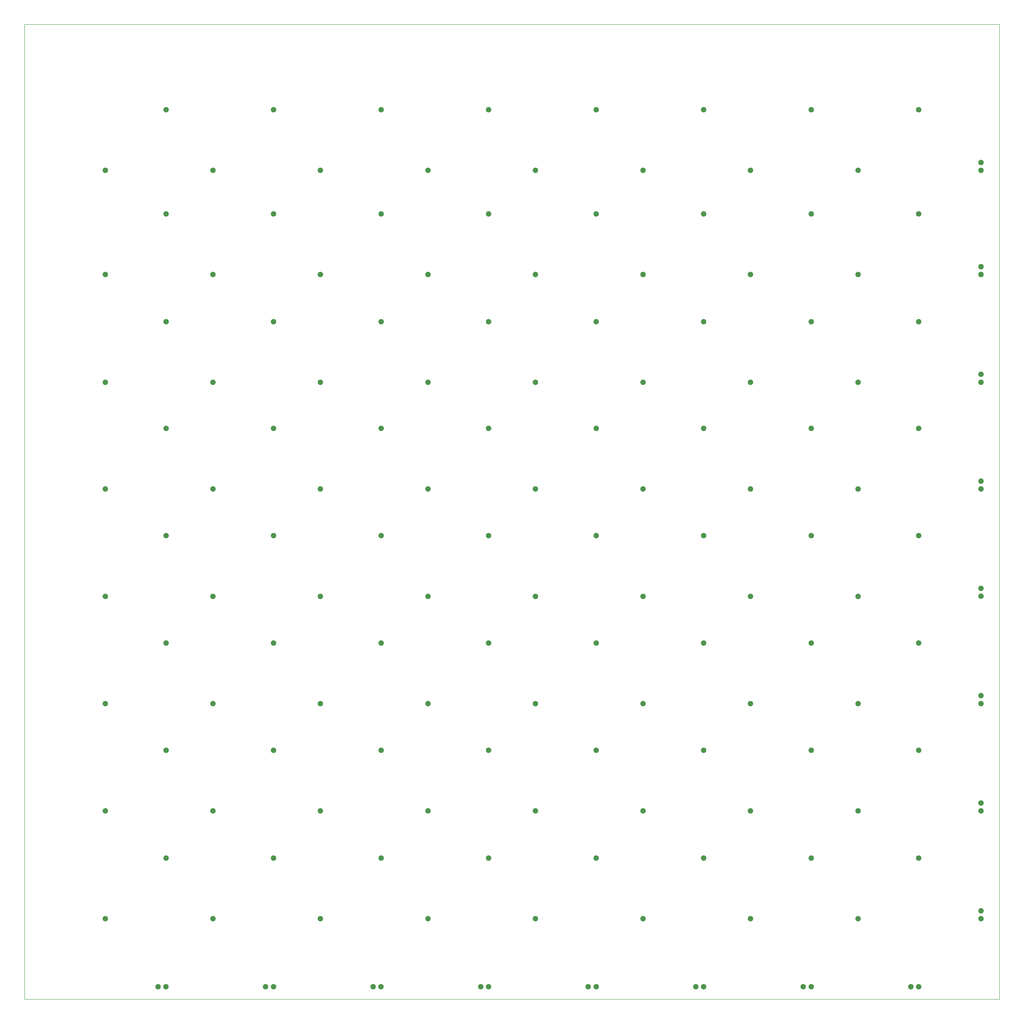
<source format=gbr>
%TF.GenerationSoftware,KiCad,Pcbnew,(6.0.9)*%
%TF.CreationDate,2022-11-19T22:54:18-05:00*%
%TF.ProjectId,Sensor_Board_17x17,53656e73-6f72-45f4-926f-6172645f3137,rev?*%
%TF.SameCoordinates,PX1050cb1PY1adc5c8d*%
%TF.FileFunction,Soldermask,Top*%
%TF.FilePolarity,Negative*%
%FSLAX46Y46*%
G04 Gerber Fmt 4.6, Leading zero omitted, Abs format (unit mm)*
G04 Created by KiCad (PCBNEW (6.0.9)) date 2022-11-19 22:54:18*
%MOMM*%
%LPD*%
G01*
G04 APERTURE LIST*
%TA.AperFunction,Profile*%
%ADD10C,0.200000*%
%TD*%
%ADD11C,2.404800*%
G04 APERTURE END LIST*
D10*
X0Y431800000D02*
X431800000Y431800000D01*
X431800000Y431800000D02*
X431800000Y0D01*
X431800000Y0D02*
X0Y0D01*
X0Y0D02*
X0Y431800000D01*
X0Y431800000D02*
X431800000Y431800000D01*
X431800000Y431800000D02*
X431800000Y0D01*
X431800000Y0D02*
X0Y0D01*
X0Y0D02*
X0Y431800000D01*
D11*
%TO.C,S28*%
X205522855Y252911305D03*
X178652855Y226041305D03*
%TD*%
%TO.C,J7*%
X344901942Y5626200D03*
X348401942Y5626200D03*
%TD*%
%TO.C,S49*%
X348395710Y394060000D03*
X321525710Y367190000D03*
%TD*%
%TO.C,S63*%
X396020000Y110361400D03*
X369150000Y83491400D03*
%TD*%
%TO.C,S17*%
X157898570Y394060000D03*
X131028570Y367190000D03*
%TD*%
%TO.C,J14*%
X423595800Y134518400D03*
X423595800Y131018400D03*
%TD*%
%TO.C,S3*%
X62650000Y300203954D03*
X35780000Y273333954D03*
%TD*%
%TO.C,S22*%
X157898570Y157878035D03*
X131028570Y131008035D03*
%TD*%
%TO.C,S33*%
X253147140Y394060000D03*
X226277140Y367190000D03*
%TD*%
%TO.C,S19*%
X157898570Y300203954D03*
X131028570Y273333954D03*
%TD*%
%TO.C,J9*%
X423595800Y370687600D03*
X423595800Y367187600D03*
%TD*%
%TO.C,S8*%
X62650000Y62610000D03*
X35780000Y35740000D03*
%TD*%
%TO.C,J6*%
X297269685Y5626200D03*
X300769685Y5626200D03*
%TD*%
%TO.C,S29*%
X205522855Y205394670D03*
X178652855Y178524670D03*
%TD*%
%TO.C,J5*%
X249637428Y5626200D03*
X253137428Y5626200D03*
%TD*%
%TO.C,S12*%
X110274285Y252911305D03*
X83404285Y226041305D03*
%TD*%
%TO.C,S45*%
X300771425Y205394670D03*
X273901425Y178524670D03*
%TD*%
%TO.C,S57*%
X396020000Y394060000D03*
X369150000Y367190000D03*
%TD*%
%TO.C,J2*%
X106740657Y5626200D03*
X110240657Y5626200D03*
%TD*%
%TO.C,S42*%
X300771425Y347944575D03*
X273901425Y321074575D03*
%TD*%
%TO.C,S55*%
X348395710Y110361400D03*
X321525710Y83491400D03*
%TD*%
%TO.C,S38*%
X253147140Y157878035D03*
X226277140Y131008035D03*
%TD*%
%TO.C,S51*%
X348395710Y300203954D03*
X321525710Y273333954D03*
%TD*%
%TO.C,J8*%
X392534200Y5626200D03*
X396034200Y5626200D03*
%TD*%
%TO.C,S2*%
X62650000Y347944575D03*
X35780000Y321074575D03*
%TD*%
%TO.C,S46*%
X300771425Y157878035D03*
X273901425Y131008035D03*
%TD*%
%TO.C,S60*%
X396020000Y252911305D03*
X369150000Y226041305D03*
%TD*%
%TO.C,J12*%
X423595800Y229565200D03*
X423595800Y226065200D03*
%TD*%
%TO.C,S32*%
X205522855Y62610000D03*
X178652855Y35740000D03*
%TD*%
%TO.C,S64*%
X396020000Y62610000D03*
X369150000Y35740000D03*
%TD*%
%TO.C,S61*%
X396020000Y205394670D03*
X369150000Y178524670D03*
%TD*%
%TO.C,S25*%
X205522855Y394060000D03*
X178652855Y367190000D03*
%TD*%
%TO.C,S58*%
X396020000Y347944575D03*
X369150000Y321074575D03*
%TD*%
%TO.C,S5*%
X62650000Y205394670D03*
X35780000Y178524670D03*
%TD*%
%TO.C,S62*%
X396020000Y157878035D03*
X369150000Y131008035D03*
%TD*%
%TO.C,S48*%
X300771425Y62610000D03*
X273901425Y35740000D03*
%TD*%
%TO.C,S9*%
X110274285Y394060000D03*
X83404285Y367190000D03*
%TD*%
%TO.C,S4*%
X62650000Y252911305D03*
X35780000Y226041305D03*
%TD*%
%TO.C,S30*%
X205522855Y157878035D03*
X178652855Y131008035D03*
%TD*%
%TO.C,S21*%
X157898570Y205394670D03*
X131028570Y178524670D03*
%TD*%
%TO.C,S18*%
X157898570Y347944575D03*
X131028570Y321074575D03*
%TD*%
%TO.C,S40*%
X253147140Y62610000D03*
X226277140Y35740000D03*
%TD*%
%TO.C,S24*%
X157898570Y62610000D03*
X131028570Y35740000D03*
%TD*%
%TO.C,J10*%
X423595800Y324535800D03*
X423595800Y321035800D03*
%TD*%
%TO.C,S56*%
X348395710Y62610000D03*
X321525710Y35740000D03*
%TD*%
%TO.C,S23*%
X157898570Y110361400D03*
X131028570Y83491400D03*
%TD*%
%TO.C,S6*%
X62650000Y157878035D03*
X35780000Y131008035D03*
%TD*%
%TO.C,S1*%
X62650000Y394060000D03*
X35780000Y367190000D03*
%TD*%
%TO.C,S36*%
X253147140Y252911305D03*
X226277140Y226041305D03*
%TD*%
%TO.C,S11*%
X110274285Y300203954D03*
X83404285Y273333954D03*
%TD*%
%TO.C,S35*%
X253147140Y300203954D03*
X226277140Y273333954D03*
%TD*%
%TO.C,J11*%
X423595800Y276860000D03*
X423595800Y273360000D03*
%TD*%
%TO.C,J15*%
X423595800Y86995000D03*
X423595800Y83495000D03*
%TD*%
%TO.C,S27*%
X205522855Y300203954D03*
X178652855Y273333954D03*
%TD*%
%TO.C,S37*%
X253147140Y205394670D03*
X226277140Y178524670D03*
%TD*%
%TO.C,S7*%
X62650000Y110361400D03*
X35780000Y83491400D03*
%TD*%
%TO.C,S20*%
X157898570Y252911305D03*
X131028570Y226041305D03*
%TD*%
%TO.C,J3*%
X154372914Y5626200D03*
X157872914Y5626200D03*
%TD*%
%TO.C,S16*%
X110274285Y62610000D03*
X83404285Y35740000D03*
%TD*%
%TO.C,S41*%
X300771425Y394060000D03*
X273901425Y367190000D03*
%TD*%
%TO.C,J1*%
X59108400Y5626200D03*
X62608400Y5626200D03*
%TD*%
%TO.C,S10*%
X110274285Y347944575D03*
X83404285Y321074575D03*
%TD*%
%TO.C,S44*%
X300771425Y252911305D03*
X273901425Y226041305D03*
%TD*%
%TO.C,S34*%
X253147140Y347944575D03*
X226277140Y321074575D03*
%TD*%
%TO.C,S14*%
X110274285Y157878035D03*
X83404285Y131008035D03*
%TD*%
%TO.C,S39*%
X253147140Y110361400D03*
X226277140Y83491400D03*
%TD*%
%TO.C,S54*%
X348395710Y157878035D03*
X321525710Y131008035D03*
%TD*%
%TO.C,S31*%
X205522855Y110361400D03*
X178652855Y83491400D03*
%TD*%
%TO.C,S15*%
X110274285Y110361400D03*
X83404285Y83491400D03*
%TD*%
%TO.C,J13*%
X423595800Y182041800D03*
X423595800Y178541800D03*
%TD*%
%TO.C,S53*%
X348395710Y205394670D03*
X321525710Y178524670D03*
%TD*%
%TO.C,S43*%
X300771425Y300203954D03*
X273901425Y273333954D03*
%TD*%
%TO.C,S50*%
X348395710Y347944575D03*
X321525710Y321074575D03*
%TD*%
%TO.C,S52*%
X348395710Y252911305D03*
X321525710Y226041305D03*
%TD*%
%TO.C,S59*%
X396020000Y300203954D03*
X369150000Y273333954D03*
%TD*%
%TO.C,J4*%
X202005171Y5626200D03*
X205505171Y5626200D03*
%TD*%
%TO.C,J16*%
X423595800Y39243000D03*
X423595800Y35743000D03*
%TD*%
%TO.C,S13*%
X110274285Y205394670D03*
X83404285Y178524670D03*
%TD*%
%TO.C,S47*%
X300771425Y110361400D03*
X273901425Y83491400D03*
%TD*%
%TO.C,S26*%
X205522855Y347944575D03*
X178652855Y321074575D03*
%TD*%
M02*

</source>
